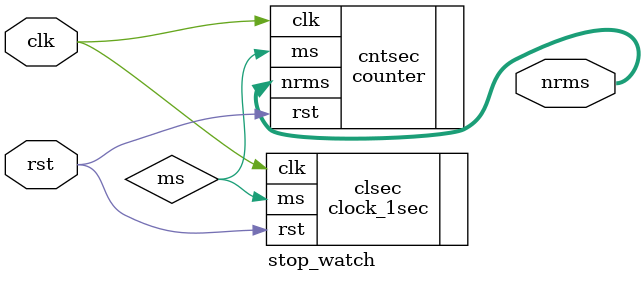
<source format=v>
module stop_watch (
  input clk,
  input rst,
  output [31:0] nrms
  );
wire ms;
clock_1sec clsec(
  .clk(clk),
  .rst(rst),
  .ms(ms)
);

counter cntsec (
.clk(clk),
.rst(rst),
.ms(ms),
.nrms(nrms)
);


endmodule

</source>
